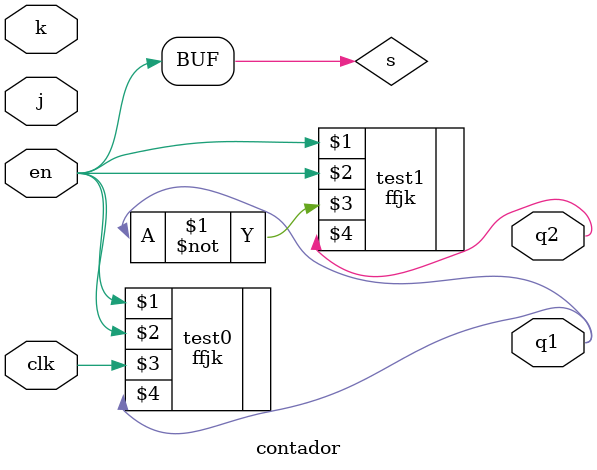
<source format=v>
module contador(clk,j,k,q1,q2,en);

	input clk,j,k,en;
	output q1,q2;
	wire s;

	or (s,en);

	ffjk test0(s,s,clk,q1);
	ffjk test1(s,s,~q1,q2);

endmodule 
</source>
